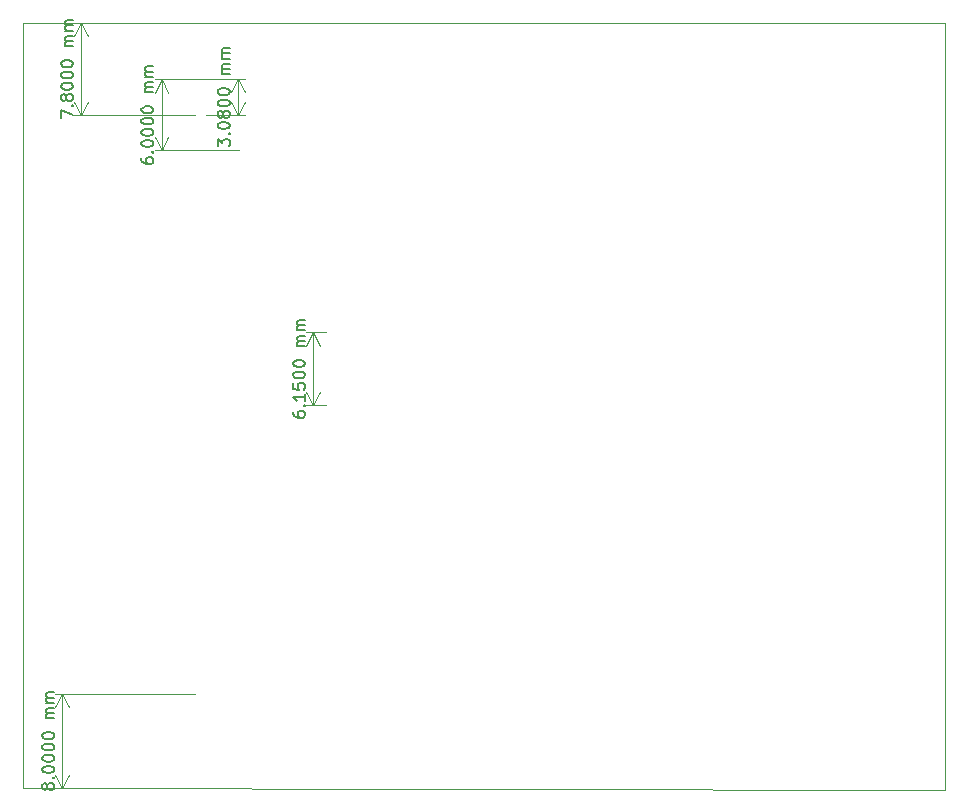
<source format=gm1>
%TF.GenerationSoftware,KiCad,Pcbnew,(6.0.10-0)*%
%TF.CreationDate,2023-04-17T23:12:57-05:00*%
%TF.ProjectId,mn_wild_siren,6d6e5f77-696c-4645-9f73-6972656e2e6b,rev?*%
%TF.SameCoordinates,Original*%
%TF.FileFunction,Profile,NP*%
%FSLAX46Y46*%
G04 Gerber Fmt 4.6, Leading zero omitted, Abs format (unit mm)*
G04 Created by KiCad (PCBNEW (6.0.10-0)) date 2023-04-17 23:12:57*
%MOMM*%
%LPD*%
G01*
G04 APERTURE LIST*
%ADD10C,0.150000*%
%TA.AperFunction,Profile*%
%ADD11C,0.050000*%
%TD*%
G04 APERTURE END LIST*
D10*
X189147379Y-102561666D02*
X189147379Y-102752142D01*
X189194999Y-102847380D01*
X189242618Y-102895000D01*
X189385475Y-102990238D01*
X189575951Y-103037857D01*
X189956903Y-103037857D01*
X190052141Y-102990238D01*
X190099760Y-102942619D01*
X190147379Y-102847380D01*
X190147379Y-102656904D01*
X190099760Y-102561666D01*
X190052141Y-102514047D01*
X189956903Y-102466428D01*
X189718808Y-102466428D01*
X189623570Y-102514047D01*
X189575951Y-102561666D01*
X189528332Y-102656904D01*
X189528332Y-102847380D01*
X189575951Y-102942619D01*
X189623570Y-102990238D01*
X189718808Y-103037857D01*
X190052141Y-102037857D02*
X190099760Y-101990238D01*
X190147379Y-102037857D01*
X190099760Y-102085476D01*
X190052141Y-102037857D01*
X190147379Y-102037857D01*
X190147379Y-101037857D02*
X190147379Y-101609285D01*
X190147379Y-101323571D02*
X189147379Y-101323571D01*
X189290237Y-101418809D01*
X189385475Y-101514047D01*
X189433094Y-101609285D01*
X189147379Y-100133095D02*
X189147379Y-100609285D01*
X189623570Y-100656904D01*
X189575951Y-100609285D01*
X189528332Y-100514047D01*
X189528332Y-100275952D01*
X189575951Y-100180714D01*
X189623570Y-100133095D01*
X189718808Y-100085476D01*
X189956903Y-100085476D01*
X190052141Y-100133095D01*
X190099760Y-100180714D01*
X190147379Y-100275952D01*
X190147379Y-100514047D01*
X190099760Y-100609285D01*
X190052141Y-100656904D01*
X189147379Y-99466428D02*
X189147379Y-99371190D01*
X189194999Y-99275952D01*
X189242618Y-99228333D01*
X189337856Y-99180714D01*
X189528332Y-99133095D01*
X189766427Y-99133095D01*
X189956903Y-99180714D01*
X190052141Y-99228333D01*
X190099760Y-99275952D01*
X190147379Y-99371190D01*
X190147379Y-99466428D01*
X190099760Y-99561666D01*
X190052141Y-99609285D01*
X189956903Y-99656904D01*
X189766427Y-99704523D01*
X189528332Y-99704523D01*
X189337856Y-99656904D01*
X189242618Y-99609285D01*
X189194999Y-99561666D01*
X189147379Y-99466428D01*
X189147379Y-98514047D02*
X189147379Y-98418809D01*
X189194999Y-98323571D01*
X189242618Y-98275952D01*
X189337856Y-98228333D01*
X189528332Y-98180714D01*
X189766427Y-98180714D01*
X189956903Y-98228333D01*
X190052141Y-98275952D01*
X190099760Y-98323571D01*
X190147379Y-98418809D01*
X190147379Y-98514047D01*
X190099760Y-98609285D01*
X190052141Y-98656904D01*
X189956903Y-98704523D01*
X189766427Y-98752142D01*
X189528332Y-98752142D01*
X189337856Y-98704523D01*
X189242618Y-98656904D01*
X189194999Y-98609285D01*
X189147379Y-98514047D01*
X190147379Y-96990238D02*
X189480713Y-96990238D01*
X189575951Y-96990238D02*
X189528332Y-96942619D01*
X189480713Y-96847380D01*
X189480713Y-96704523D01*
X189528332Y-96609285D01*
X189623570Y-96561666D01*
X190147379Y-96561666D01*
X189623570Y-96561666D02*
X189528332Y-96514047D01*
X189480713Y-96418809D01*
X189480713Y-96275952D01*
X189528332Y-96180714D01*
X189623570Y-96133095D01*
X190147379Y-96133095D01*
X190147379Y-95656904D02*
X189480713Y-95656904D01*
X189575951Y-95656904D02*
X189528332Y-95609285D01*
X189480713Y-95514047D01*
X189480713Y-95371190D01*
X189528332Y-95275952D01*
X189623570Y-95228333D01*
X190147379Y-95228333D01*
X189623570Y-95228333D02*
X189528332Y-95180714D01*
X189480713Y-95085476D01*
X189480713Y-94942619D01*
X189528332Y-94847380D01*
X189623570Y-94799761D01*
X190147379Y-94799761D01*
D11*
X191934999Y-101970000D02*
X190258579Y-101970000D01*
X190258579Y-95820000D02*
X191934999Y-95820000D01*
X190844999Y-101970000D02*
X190844999Y-95820000D01*
X190844999Y-101970000D02*
X190844999Y-95820000D01*
X190844999Y-101970000D02*
X191431420Y-100843496D01*
X190844999Y-101970000D02*
X190258578Y-100843496D01*
X190844999Y-95820000D02*
X190258578Y-96946504D01*
X190844999Y-95820000D02*
X191431420Y-96946504D01*
X244300000Y-69600000D02*
X244300000Y-134600000D01*
X166300000Y-134400000D02*
X166300000Y-69600000D01*
X244300000Y-134600000D02*
X166300000Y-134400000D01*
X166300000Y-69600000D02*
X244300000Y-69600000D01*
D10*
X168330952Y-134352380D02*
X168283333Y-134447619D01*
X168235714Y-134495238D01*
X168140476Y-134542857D01*
X168092857Y-134542857D01*
X167997619Y-134495238D01*
X167950000Y-134447619D01*
X167902380Y-134352380D01*
X167902380Y-134161904D01*
X167950000Y-134066666D01*
X167997619Y-134019047D01*
X168092857Y-133971428D01*
X168140476Y-133971428D01*
X168235714Y-134019047D01*
X168283333Y-134066666D01*
X168330952Y-134161904D01*
X168330952Y-134352380D01*
X168378571Y-134447619D01*
X168426190Y-134495238D01*
X168521428Y-134542857D01*
X168711904Y-134542857D01*
X168807142Y-134495238D01*
X168854761Y-134447619D01*
X168902380Y-134352380D01*
X168902380Y-134161904D01*
X168854761Y-134066666D01*
X168807142Y-134019047D01*
X168711904Y-133971428D01*
X168521428Y-133971428D01*
X168426190Y-134019047D01*
X168378571Y-134066666D01*
X168330952Y-134161904D01*
X168807142Y-133542857D02*
X168854761Y-133495238D01*
X168902380Y-133542857D01*
X168854761Y-133590476D01*
X168807142Y-133542857D01*
X168902380Y-133542857D01*
X167902380Y-132876190D02*
X167902380Y-132780952D01*
X167950000Y-132685714D01*
X167997619Y-132638095D01*
X168092857Y-132590476D01*
X168283333Y-132542857D01*
X168521428Y-132542857D01*
X168711904Y-132590476D01*
X168807142Y-132638095D01*
X168854761Y-132685714D01*
X168902380Y-132780952D01*
X168902380Y-132876190D01*
X168854761Y-132971428D01*
X168807142Y-133019047D01*
X168711904Y-133066666D01*
X168521428Y-133114285D01*
X168283333Y-133114285D01*
X168092857Y-133066666D01*
X167997619Y-133019047D01*
X167950000Y-132971428D01*
X167902380Y-132876190D01*
X167902380Y-131923809D02*
X167902380Y-131828571D01*
X167950000Y-131733333D01*
X167997619Y-131685714D01*
X168092857Y-131638095D01*
X168283333Y-131590476D01*
X168521428Y-131590476D01*
X168711904Y-131638095D01*
X168807142Y-131685714D01*
X168854761Y-131733333D01*
X168902380Y-131828571D01*
X168902380Y-131923809D01*
X168854761Y-132019047D01*
X168807142Y-132066666D01*
X168711904Y-132114285D01*
X168521428Y-132161904D01*
X168283333Y-132161904D01*
X168092857Y-132114285D01*
X167997619Y-132066666D01*
X167950000Y-132019047D01*
X167902380Y-131923809D01*
X167902380Y-130971428D02*
X167902380Y-130876190D01*
X167950000Y-130780952D01*
X167997619Y-130733333D01*
X168092857Y-130685714D01*
X168283333Y-130638095D01*
X168521428Y-130638095D01*
X168711904Y-130685714D01*
X168807142Y-130733333D01*
X168854761Y-130780952D01*
X168902380Y-130876190D01*
X168902380Y-130971428D01*
X168854761Y-131066666D01*
X168807142Y-131114285D01*
X168711904Y-131161904D01*
X168521428Y-131209523D01*
X168283333Y-131209523D01*
X168092857Y-131161904D01*
X167997619Y-131114285D01*
X167950000Y-131066666D01*
X167902380Y-130971428D01*
X167902380Y-130019047D02*
X167902380Y-129923809D01*
X167950000Y-129828571D01*
X167997619Y-129780952D01*
X168092857Y-129733333D01*
X168283333Y-129685714D01*
X168521428Y-129685714D01*
X168711904Y-129733333D01*
X168807142Y-129780952D01*
X168854761Y-129828571D01*
X168902380Y-129923809D01*
X168902380Y-130019047D01*
X168854761Y-130114285D01*
X168807142Y-130161904D01*
X168711904Y-130209523D01*
X168521428Y-130257142D01*
X168283333Y-130257142D01*
X168092857Y-130209523D01*
X167997619Y-130161904D01*
X167950000Y-130114285D01*
X167902380Y-130019047D01*
X168902380Y-128495238D02*
X168235714Y-128495238D01*
X168330952Y-128495238D02*
X168283333Y-128447619D01*
X168235714Y-128352380D01*
X168235714Y-128209523D01*
X168283333Y-128114285D01*
X168378571Y-128066666D01*
X168902380Y-128066666D01*
X168378571Y-128066666D02*
X168283333Y-128019047D01*
X168235714Y-127923809D01*
X168235714Y-127780952D01*
X168283333Y-127685714D01*
X168378571Y-127638095D01*
X168902380Y-127638095D01*
X168902380Y-127161904D02*
X168235714Y-127161904D01*
X168330952Y-127161904D02*
X168283333Y-127114285D01*
X168235714Y-127019047D01*
X168235714Y-126876190D01*
X168283333Y-126780952D01*
X168378571Y-126733333D01*
X168902380Y-126733333D01*
X168378571Y-126733333D02*
X168283333Y-126685714D01*
X168235714Y-126590476D01*
X168235714Y-126447619D01*
X168283333Y-126352380D01*
X168378571Y-126304761D01*
X168902380Y-126304761D01*
D11*
X180800000Y-126400000D02*
X169013580Y-126400000D01*
X169013580Y-134400000D02*
X180800000Y-134400000D01*
X169600000Y-126400000D02*
X169600000Y-134400000D01*
X169600000Y-126400000D02*
X169600000Y-134400000D01*
X169600000Y-126400000D02*
X169013579Y-127526504D01*
X169600000Y-126400000D02*
X170186421Y-127526504D01*
X169600000Y-134400000D02*
X170186421Y-133273496D01*
X169600000Y-134400000D02*
X169013579Y-133273496D01*
D10*
X182772380Y-80060476D02*
X182772380Y-79441428D01*
X183153333Y-79774761D01*
X183153333Y-79631904D01*
X183200952Y-79536666D01*
X183248571Y-79489047D01*
X183343809Y-79441428D01*
X183581904Y-79441428D01*
X183677142Y-79489047D01*
X183724761Y-79536666D01*
X183772380Y-79631904D01*
X183772380Y-79917619D01*
X183724761Y-80012857D01*
X183677142Y-80060476D01*
X183677142Y-79012857D02*
X183724761Y-78965238D01*
X183772380Y-79012857D01*
X183724761Y-79060476D01*
X183677142Y-79012857D01*
X183772380Y-79012857D01*
X182772380Y-78346190D02*
X182772380Y-78250952D01*
X182820000Y-78155714D01*
X182867619Y-78108095D01*
X182962857Y-78060476D01*
X183153333Y-78012857D01*
X183391428Y-78012857D01*
X183581904Y-78060476D01*
X183677142Y-78108095D01*
X183724761Y-78155714D01*
X183772380Y-78250952D01*
X183772380Y-78346190D01*
X183724761Y-78441428D01*
X183677142Y-78489047D01*
X183581904Y-78536666D01*
X183391428Y-78584285D01*
X183153333Y-78584285D01*
X182962857Y-78536666D01*
X182867619Y-78489047D01*
X182820000Y-78441428D01*
X182772380Y-78346190D01*
X183200952Y-77441428D02*
X183153333Y-77536666D01*
X183105714Y-77584285D01*
X183010476Y-77631904D01*
X182962857Y-77631904D01*
X182867619Y-77584285D01*
X182820000Y-77536666D01*
X182772380Y-77441428D01*
X182772380Y-77250952D01*
X182820000Y-77155714D01*
X182867619Y-77108095D01*
X182962857Y-77060476D01*
X183010476Y-77060476D01*
X183105714Y-77108095D01*
X183153333Y-77155714D01*
X183200952Y-77250952D01*
X183200952Y-77441428D01*
X183248571Y-77536666D01*
X183296190Y-77584285D01*
X183391428Y-77631904D01*
X183581904Y-77631904D01*
X183677142Y-77584285D01*
X183724761Y-77536666D01*
X183772380Y-77441428D01*
X183772380Y-77250952D01*
X183724761Y-77155714D01*
X183677142Y-77108095D01*
X183581904Y-77060476D01*
X183391428Y-77060476D01*
X183296190Y-77108095D01*
X183248571Y-77155714D01*
X183200952Y-77250952D01*
X182772380Y-76441428D02*
X182772380Y-76346190D01*
X182820000Y-76250952D01*
X182867619Y-76203333D01*
X182962857Y-76155714D01*
X183153333Y-76108095D01*
X183391428Y-76108095D01*
X183581904Y-76155714D01*
X183677142Y-76203333D01*
X183724761Y-76250952D01*
X183772380Y-76346190D01*
X183772380Y-76441428D01*
X183724761Y-76536666D01*
X183677142Y-76584285D01*
X183581904Y-76631904D01*
X183391428Y-76679523D01*
X183153333Y-76679523D01*
X182962857Y-76631904D01*
X182867619Y-76584285D01*
X182820000Y-76536666D01*
X182772380Y-76441428D01*
X182772380Y-75489047D02*
X182772380Y-75393809D01*
X182820000Y-75298571D01*
X182867619Y-75250952D01*
X182962857Y-75203333D01*
X183153333Y-75155714D01*
X183391428Y-75155714D01*
X183581904Y-75203333D01*
X183677142Y-75250952D01*
X183724761Y-75298571D01*
X183772380Y-75393809D01*
X183772380Y-75489047D01*
X183724761Y-75584285D01*
X183677142Y-75631904D01*
X183581904Y-75679523D01*
X183391428Y-75727142D01*
X183153333Y-75727142D01*
X182962857Y-75679523D01*
X182867619Y-75631904D01*
X182820000Y-75584285D01*
X182772380Y-75489047D01*
X183772380Y-73965238D02*
X183105714Y-73965238D01*
X183200952Y-73965238D02*
X183153333Y-73917619D01*
X183105714Y-73822380D01*
X183105714Y-73679523D01*
X183153333Y-73584285D01*
X183248571Y-73536666D01*
X183772380Y-73536666D01*
X183248571Y-73536666D02*
X183153333Y-73489047D01*
X183105714Y-73393809D01*
X183105714Y-73250952D01*
X183153333Y-73155714D01*
X183248571Y-73108095D01*
X183772380Y-73108095D01*
X183772380Y-72631904D02*
X183105714Y-72631904D01*
X183200952Y-72631904D02*
X183153333Y-72584285D01*
X183105714Y-72489047D01*
X183105714Y-72346190D01*
X183153333Y-72250952D01*
X183248571Y-72203333D01*
X183772380Y-72203333D01*
X183248571Y-72203333D02*
X183153333Y-72155714D01*
X183105714Y-72060476D01*
X183105714Y-71917619D01*
X183153333Y-71822380D01*
X183248571Y-71774761D01*
X183772380Y-71774761D01*
D11*
X181800000Y-77410000D02*
X185056420Y-77410000D01*
X185056420Y-74330000D02*
X181800000Y-74330000D01*
X184470000Y-77410000D02*
X184470000Y-74330000D01*
X184470000Y-77410000D02*
X184470000Y-74330000D01*
X184470000Y-77410000D02*
X185056421Y-76283496D01*
X184470000Y-77410000D02*
X183883579Y-76283496D01*
X184470000Y-74330000D02*
X183883579Y-75456504D01*
X184470000Y-74330000D02*
X185056421Y-75456504D01*
D10*
X169502380Y-77690476D02*
X169502380Y-77023809D01*
X170502380Y-77452380D01*
X170407142Y-76642857D02*
X170454761Y-76595238D01*
X170502380Y-76642857D01*
X170454761Y-76690476D01*
X170407142Y-76642857D01*
X170502380Y-76642857D01*
X169930952Y-76023809D02*
X169883333Y-76119047D01*
X169835714Y-76166666D01*
X169740476Y-76214285D01*
X169692857Y-76214285D01*
X169597619Y-76166666D01*
X169550000Y-76119047D01*
X169502380Y-76023809D01*
X169502380Y-75833333D01*
X169550000Y-75738095D01*
X169597619Y-75690476D01*
X169692857Y-75642857D01*
X169740476Y-75642857D01*
X169835714Y-75690476D01*
X169883333Y-75738095D01*
X169930952Y-75833333D01*
X169930952Y-76023809D01*
X169978571Y-76119047D01*
X170026190Y-76166666D01*
X170121428Y-76214285D01*
X170311904Y-76214285D01*
X170407142Y-76166666D01*
X170454761Y-76119047D01*
X170502380Y-76023809D01*
X170502380Y-75833333D01*
X170454761Y-75738095D01*
X170407142Y-75690476D01*
X170311904Y-75642857D01*
X170121428Y-75642857D01*
X170026190Y-75690476D01*
X169978571Y-75738095D01*
X169930952Y-75833333D01*
X169502380Y-75023809D02*
X169502380Y-74928571D01*
X169550000Y-74833333D01*
X169597619Y-74785714D01*
X169692857Y-74738095D01*
X169883333Y-74690476D01*
X170121428Y-74690476D01*
X170311904Y-74738095D01*
X170407142Y-74785714D01*
X170454761Y-74833333D01*
X170502380Y-74928571D01*
X170502380Y-75023809D01*
X170454761Y-75119047D01*
X170407142Y-75166666D01*
X170311904Y-75214285D01*
X170121428Y-75261904D01*
X169883333Y-75261904D01*
X169692857Y-75214285D01*
X169597619Y-75166666D01*
X169550000Y-75119047D01*
X169502380Y-75023809D01*
X169502380Y-74071428D02*
X169502380Y-73976190D01*
X169550000Y-73880952D01*
X169597619Y-73833333D01*
X169692857Y-73785714D01*
X169883333Y-73738095D01*
X170121428Y-73738095D01*
X170311904Y-73785714D01*
X170407142Y-73833333D01*
X170454761Y-73880952D01*
X170502380Y-73976190D01*
X170502380Y-74071428D01*
X170454761Y-74166666D01*
X170407142Y-74214285D01*
X170311904Y-74261904D01*
X170121428Y-74309523D01*
X169883333Y-74309523D01*
X169692857Y-74261904D01*
X169597619Y-74214285D01*
X169550000Y-74166666D01*
X169502380Y-74071428D01*
X169502380Y-73119047D02*
X169502380Y-73023809D01*
X169550000Y-72928571D01*
X169597619Y-72880952D01*
X169692857Y-72833333D01*
X169883333Y-72785714D01*
X170121428Y-72785714D01*
X170311904Y-72833333D01*
X170407142Y-72880952D01*
X170454761Y-72928571D01*
X170502380Y-73023809D01*
X170502380Y-73119047D01*
X170454761Y-73214285D01*
X170407142Y-73261904D01*
X170311904Y-73309523D01*
X170121428Y-73357142D01*
X169883333Y-73357142D01*
X169692857Y-73309523D01*
X169597619Y-73261904D01*
X169550000Y-73214285D01*
X169502380Y-73119047D01*
X170502380Y-71595238D02*
X169835714Y-71595238D01*
X169930952Y-71595238D02*
X169883333Y-71547619D01*
X169835714Y-71452380D01*
X169835714Y-71309523D01*
X169883333Y-71214285D01*
X169978571Y-71166666D01*
X170502380Y-71166666D01*
X169978571Y-71166666D02*
X169883333Y-71119047D01*
X169835714Y-71023809D01*
X169835714Y-70880952D01*
X169883333Y-70785714D01*
X169978571Y-70738095D01*
X170502380Y-70738095D01*
X170502380Y-70261904D02*
X169835714Y-70261904D01*
X169930952Y-70261904D02*
X169883333Y-70214285D01*
X169835714Y-70119047D01*
X169835714Y-69976190D01*
X169883333Y-69880952D01*
X169978571Y-69833333D01*
X170502380Y-69833333D01*
X169978571Y-69833333D02*
X169883333Y-69785714D01*
X169835714Y-69690476D01*
X169835714Y-69547619D01*
X169883333Y-69452380D01*
X169978571Y-69404761D01*
X170502380Y-69404761D01*
D11*
X180800000Y-77400000D02*
X170613580Y-77400000D01*
X170613580Y-69600000D02*
X180800000Y-69600000D01*
X171200000Y-77400000D02*
X171200000Y-69600000D01*
X171200000Y-77400000D02*
X171200000Y-69600000D01*
X171200000Y-77400000D02*
X171786421Y-76273496D01*
X171200000Y-77400000D02*
X170613579Y-76273496D01*
X171200000Y-69600000D02*
X170613579Y-70726504D01*
X171200000Y-69600000D02*
X171786421Y-70726504D01*
D10*
X176302380Y-81066666D02*
X176302380Y-81257142D01*
X176350000Y-81352380D01*
X176397619Y-81400000D01*
X176540476Y-81495238D01*
X176730952Y-81542857D01*
X177111904Y-81542857D01*
X177207142Y-81495238D01*
X177254761Y-81447619D01*
X177302380Y-81352380D01*
X177302380Y-81161904D01*
X177254761Y-81066666D01*
X177207142Y-81019047D01*
X177111904Y-80971428D01*
X176873809Y-80971428D01*
X176778571Y-81019047D01*
X176730952Y-81066666D01*
X176683333Y-81161904D01*
X176683333Y-81352380D01*
X176730952Y-81447619D01*
X176778571Y-81495238D01*
X176873809Y-81542857D01*
X177207142Y-80542857D02*
X177254761Y-80495238D01*
X177302380Y-80542857D01*
X177254761Y-80590476D01*
X177207142Y-80542857D01*
X177302380Y-80542857D01*
X176302380Y-79876190D02*
X176302380Y-79780952D01*
X176350000Y-79685714D01*
X176397619Y-79638095D01*
X176492857Y-79590476D01*
X176683333Y-79542857D01*
X176921428Y-79542857D01*
X177111904Y-79590476D01*
X177207142Y-79638095D01*
X177254761Y-79685714D01*
X177302380Y-79780952D01*
X177302380Y-79876190D01*
X177254761Y-79971428D01*
X177207142Y-80019047D01*
X177111904Y-80066666D01*
X176921428Y-80114285D01*
X176683333Y-80114285D01*
X176492857Y-80066666D01*
X176397619Y-80019047D01*
X176350000Y-79971428D01*
X176302380Y-79876190D01*
X176302380Y-78923809D02*
X176302380Y-78828571D01*
X176350000Y-78733333D01*
X176397619Y-78685714D01*
X176492857Y-78638095D01*
X176683333Y-78590476D01*
X176921428Y-78590476D01*
X177111904Y-78638095D01*
X177207142Y-78685714D01*
X177254761Y-78733333D01*
X177302380Y-78828571D01*
X177302380Y-78923809D01*
X177254761Y-79019047D01*
X177207142Y-79066666D01*
X177111904Y-79114285D01*
X176921428Y-79161904D01*
X176683333Y-79161904D01*
X176492857Y-79114285D01*
X176397619Y-79066666D01*
X176350000Y-79019047D01*
X176302380Y-78923809D01*
X176302380Y-77971428D02*
X176302380Y-77876190D01*
X176350000Y-77780952D01*
X176397619Y-77733333D01*
X176492857Y-77685714D01*
X176683333Y-77638095D01*
X176921428Y-77638095D01*
X177111904Y-77685714D01*
X177207142Y-77733333D01*
X177254761Y-77780952D01*
X177302380Y-77876190D01*
X177302380Y-77971428D01*
X177254761Y-78066666D01*
X177207142Y-78114285D01*
X177111904Y-78161904D01*
X176921428Y-78209523D01*
X176683333Y-78209523D01*
X176492857Y-78161904D01*
X176397619Y-78114285D01*
X176350000Y-78066666D01*
X176302380Y-77971428D01*
X176302380Y-77019047D02*
X176302380Y-76923809D01*
X176350000Y-76828571D01*
X176397619Y-76780952D01*
X176492857Y-76733333D01*
X176683333Y-76685714D01*
X176921428Y-76685714D01*
X177111904Y-76733333D01*
X177207142Y-76780952D01*
X177254761Y-76828571D01*
X177302380Y-76923809D01*
X177302380Y-77019047D01*
X177254761Y-77114285D01*
X177207142Y-77161904D01*
X177111904Y-77209523D01*
X176921428Y-77257142D01*
X176683333Y-77257142D01*
X176492857Y-77209523D01*
X176397619Y-77161904D01*
X176350000Y-77114285D01*
X176302380Y-77019047D01*
X177302380Y-75495238D02*
X176635714Y-75495238D01*
X176730952Y-75495238D02*
X176683333Y-75447619D01*
X176635714Y-75352380D01*
X176635714Y-75209523D01*
X176683333Y-75114285D01*
X176778571Y-75066666D01*
X177302380Y-75066666D01*
X176778571Y-75066666D02*
X176683333Y-75019047D01*
X176635714Y-74923809D01*
X176635714Y-74780952D01*
X176683333Y-74685714D01*
X176778571Y-74638095D01*
X177302380Y-74638095D01*
X177302380Y-74161904D02*
X176635714Y-74161904D01*
X176730952Y-74161904D02*
X176683333Y-74114285D01*
X176635714Y-74019047D01*
X176635714Y-73876190D01*
X176683333Y-73780952D01*
X176778571Y-73733333D01*
X177302380Y-73733333D01*
X176778571Y-73733333D02*
X176683333Y-73685714D01*
X176635714Y-73590476D01*
X176635714Y-73447619D01*
X176683333Y-73352380D01*
X176778571Y-73304761D01*
X177302380Y-73304761D01*
D11*
X184600000Y-74400000D02*
X177413580Y-74400000D01*
X177413580Y-80400000D02*
X184600000Y-80400000D01*
X178000000Y-74400000D02*
X178000000Y-80400000D01*
X178000000Y-74400000D02*
X178000000Y-80400000D01*
X178000000Y-74400000D02*
X177413579Y-75526504D01*
X178000000Y-74400000D02*
X178586421Y-75526504D01*
X178000000Y-80400000D02*
X178586421Y-79273496D01*
X178000000Y-80400000D02*
X177413579Y-79273496D01*
M02*

</source>
